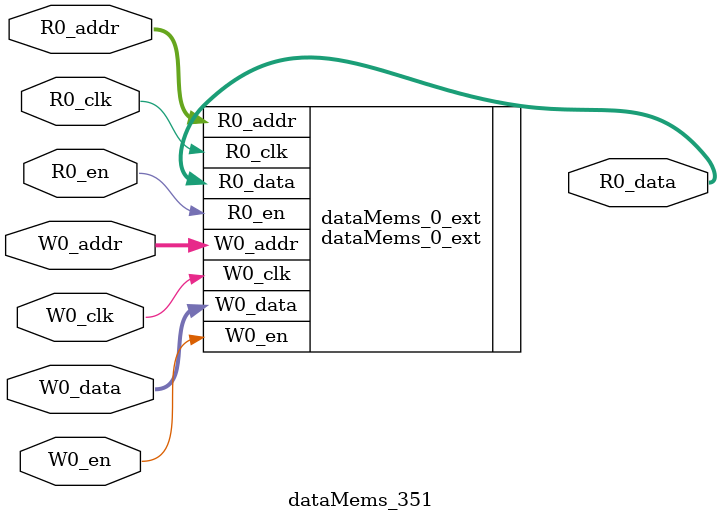
<source format=sv>
`ifndef RANDOMIZE
  `ifdef RANDOMIZE_REG_INIT
    `define RANDOMIZE
  `endif // RANDOMIZE_REG_INIT
`endif // not def RANDOMIZE
`ifndef RANDOMIZE
  `ifdef RANDOMIZE_MEM_INIT
    `define RANDOMIZE
  `endif // RANDOMIZE_MEM_INIT
`endif // not def RANDOMIZE

`ifndef RANDOM
  `define RANDOM $random
`endif // not def RANDOM

// Users can define 'PRINTF_COND' to add an extra gate to prints.
`ifndef PRINTF_COND_
  `ifdef PRINTF_COND
    `define PRINTF_COND_ (`PRINTF_COND)
  `else  // PRINTF_COND
    `define PRINTF_COND_ 1
  `endif // PRINTF_COND
`endif // not def PRINTF_COND_

// Users can define 'ASSERT_VERBOSE_COND' to add an extra gate to assert error printing.
`ifndef ASSERT_VERBOSE_COND_
  `ifdef ASSERT_VERBOSE_COND
    `define ASSERT_VERBOSE_COND_ (`ASSERT_VERBOSE_COND)
  `else  // ASSERT_VERBOSE_COND
    `define ASSERT_VERBOSE_COND_ 1
  `endif // ASSERT_VERBOSE_COND
`endif // not def ASSERT_VERBOSE_COND_

// Users can define 'STOP_COND' to add an extra gate to stop conditions.
`ifndef STOP_COND_
  `ifdef STOP_COND
    `define STOP_COND_ (`STOP_COND)
  `else  // STOP_COND
    `define STOP_COND_ 1
  `endif // STOP_COND
`endif // not def STOP_COND_

// Users can define INIT_RANDOM as general code that gets injected into the
// initializer block for modules with registers.
`ifndef INIT_RANDOM
  `define INIT_RANDOM
`endif // not def INIT_RANDOM

// If using random initialization, you can also define RANDOMIZE_DELAY to
// customize the delay used, otherwise 0.002 is used.
`ifndef RANDOMIZE_DELAY
  `define RANDOMIZE_DELAY 0.002
`endif // not def RANDOMIZE_DELAY

// Define INIT_RANDOM_PROLOG_ for use in our modules below.
`ifndef INIT_RANDOM_PROLOG_
  `ifdef RANDOMIZE
    `ifdef VERILATOR
      `define INIT_RANDOM_PROLOG_ `INIT_RANDOM
    `else  // VERILATOR
      `define INIT_RANDOM_PROLOG_ `INIT_RANDOM #`RANDOMIZE_DELAY begin end
    `endif // VERILATOR
  `else  // RANDOMIZE
    `define INIT_RANDOM_PROLOG_
  `endif // RANDOMIZE
`endif // not def INIT_RANDOM_PROLOG_

// Include register initializers in init blocks unless synthesis is set
`ifndef SYNTHESIS
  `ifndef ENABLE_INITIAL_REG_
    `define ENABLE_INITIAL_REG_
  `endif // not def ENABLE_INITIAL_REG_
`endif // not def SYNTHESIS

// Include rmemory initializers in init blocks unless synthesis is set
`ifndef SYNTHESIS
  `ifndef ENABLE_INITIAL_MEM_
    `define ENABLE_INITIAL_MEM_
  `endif // not def ENABLE_INITIAL_MEM_
`endif // not def SYNTHESIS

module dataMems_351(	// @[generators/ara/src/main/scala/UnsafeAXI4ToTL.scala:365:62]
  input  [4:0]  R0_addr,
  input         R0_en,
  input         R0_clk,
  output [66:0] R0_data,
  input  [4:0]  W0_addr,
  input         W0_en,
  input         W0_clk,
  input  [66:0] W0_data
);

  dataMems_0_ext dataMems_0_ext (	// @[generators/ara/src/main/scala/UnsafeAXI4ToTL.scala:365:62]
    .R0_addr (R0_addr),
    .R0_en   (R0_en),
    .R0_clk  (R0_clk),
    .R0_data (R0_data),
    .W0_addr (W0_addr),
    .W0_en   (W0_en),
    .W0_clk  (W0_clk),
    .W0_data (W0_data)
  );
endmodule


</source>
